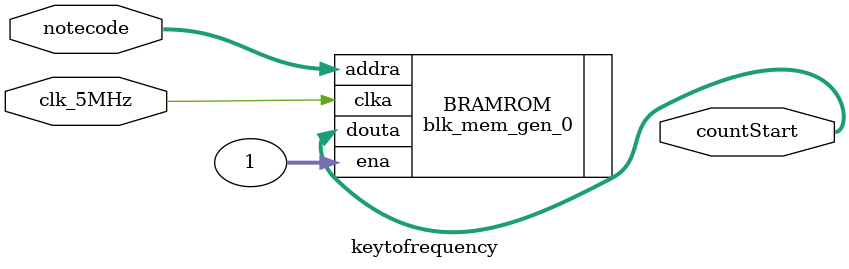
<source format=v>
`timescale 1ns / 1ps


module keytofrequency(clk_5MHz, notecode, countStart);

input  clk_5MHz;
input wire[4:0] notecode;



/*****************************************************************************/
/*
output reg[13:0] countStart;
always @ (posedge clk_5MHz)
begin
    if (notecode == 1)
        countStart = 9579;
    else if  (notecode == 2)
        countStart = 8532;
    else if  (notecode == 3)
        countStart = 7598;
    else if  (notecode == 4)
        countStart = 7163;
    else if  (notecode == 5)
        countStart = 6393;
    else if  (notecode == 6)
        countStart = 5694;
    else if  (notecode == 7)
        countStart = 5070;
    else if  (notecode == 8)
        countStart = 4780;
    else if  (notecode == 9)
        countStart = 4258;
    else if  (notecode == 10)
        countStart = 3793;
    else if  (notecode == 11)
        countStart = 3581;
    else if  (notecode == 12)
        countStart = 3192;
    else if  (notecode == 13)
        countStart = 2860;
    else if  (notecode == 14)
        countStart = 2532;
    else if  (notecode == 15)
        countStart = 2390;
    else if  (notecode == 16)
        countStart = 2129;
    else if  (notecode == 17)
        countStart = 1896;
    else if  (notecode == 18)
        countStart = 1790;
    else if  (notecode == 19)
        countStart = 1594;
    else if  (notecode == 20)
        countStart = 1420;
    else if  (notecode == 21)
        countStart = 1266;
    else
        countStart = 0;
end	
*/
/*****************************************************************************/
// YOU SHOULD UNCOMMENT THIS FOR EXERCISE 2C
output wire[13:0] countStart;
blk_mem_gen_0 BRAMROM(
        .clka(clk_5MHz),
        .addra(notecode),
        .douta(countStart),
        .ena(1)
    );
   
endmodule



</source>
